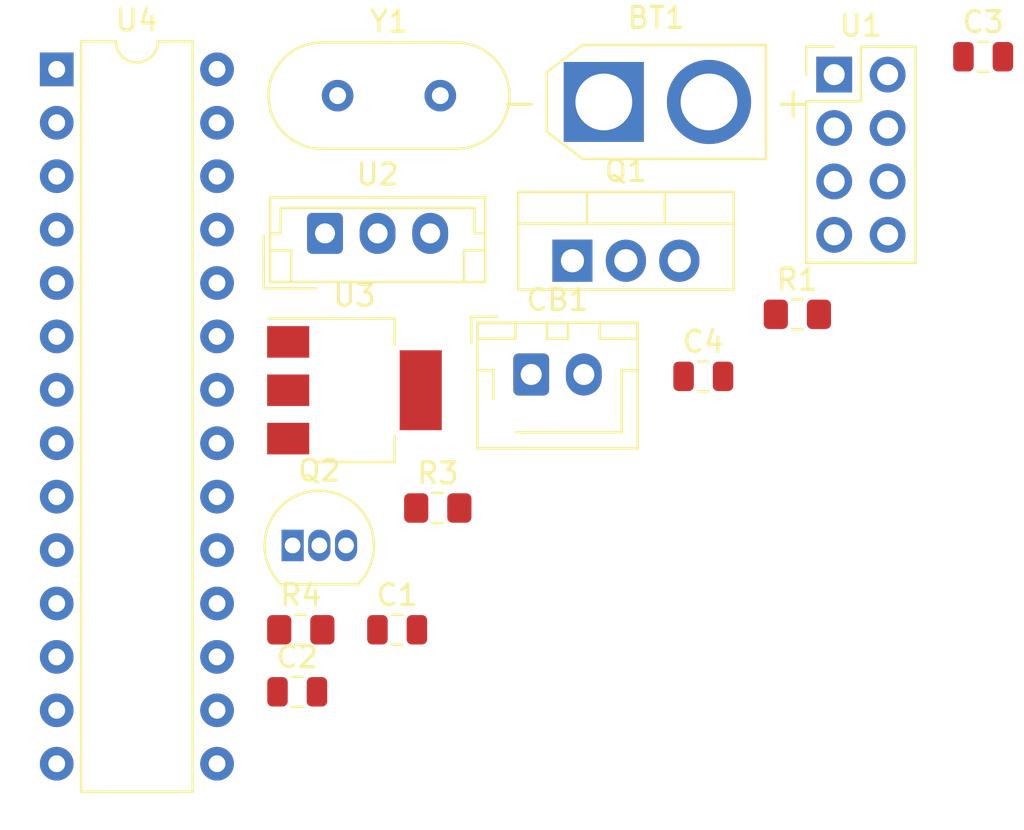
<source format=kicad_pcb>
(kicad_pcb (version 20171130) (host pcbnew 5.1.6-c6e7f7d~87~ubuntu20.04.1)

  (general
    (thickness 1.6)
    (drawings 0)
    (tracks 0)
    (zones 0)
    (modules 16)
    (nets 33)
  )

  (page A4)
  (layers
    (0 F.Cu signal)
    (31 B.Cu signal)
    (32 B.Adhes user)
    (33 F.Adhes user)
    (34 B.Paste user)
    (35 F.Paste user)
    (36 B.SilkS user)
    (37 F.SilkS user)
    (38 B.Mask user)
    (39 F.Mask user)
    (40 Dwgs.User user)
    (41 Cmts.User user)
    (42 Eco1.User user)
    (43 Eco2.User user)
    (44 Edge.Cuts user)
    (45 Margin user)
    (46 B.CrtYd user)
    (47 F.CrtYd user)
    (48 B.Fab user)
    (49 F.Fab user)
  )

  (setup
    (last_trace_width 0.25)
    (trace_clearance 0.2)
    (zone_clearance 0.508)
    (zone_45_only no)
    (trace_min 0.15)
    (via_size 0.8)
    (via_drill 0.4)
    (via_min_size 0.7)
    (via_min_drill 0.3)
    (uvia_size 0.3)
    (uvia_drill 0.1)
    (uvias_allowed no)
    (uvia_min_size 0.2)
    (uvia_min_drill 0.1)
    (edge_width 0.05)
    (segment_width 0.2)
    (pcb_text_width 0.3)
    (pcb_text_size 1.5 1.5)
    (mod_edge_width 0.12)
    (mod_text_size 1 1)
    (mod_text_width 0.15)
    (pad_size 1.7 1.7)
    (pad_drill 1)
    (pad_to_mask_clearance 0.05)
    (pad_to_paste_clearance 0.15)
    (aux_axis_origin 0 0)
    (visible_elements FFFFFF7F)
    (pcbplotparams
      (layerselection 0x010fc_ffffffff)
      (usegerberextensions false)
      (usegerberattributes true)
      (usegerberadvancedattributes true)
      (creategerberjobfile true)
      (excludeedgelayer true)
      (linewidth 0.100000)
      (plotframeref false)
      (viasonmask false)
      (mode 1)
      (useauxorigin false)
      (hpglpennumber 1)
      (hpglpenspeed 20)
      (hpglpendiameter 15.000000)
      (psnegative false)
      (psa4output false)
      (plotreference true)
      (plotvalue true)
      (plotinvisibletext false)
      (padsonsilk false)
      (subtractmaskfromsilk false)
      (outputformat 1)
      (mirror false)
      (drillshape 1)
      (scaleselection 1)
      (outputdirectory ""))
  )

  (net 0 "")
  (net 1 SEN_A0)
  (net 2 CE)
  (net 3 CSN)
  (net 4 MOSI)
  (net 5 MISO)
  (net 6 SCK)
  (net 7 "Net-(Q1-Pad2)")
  (net 8 "Net-(Q2-Pad1)")
  (net 9 "Net-(BT1-Pad1)")
  (net 10 "Net-(BT1-Pad2)")
  (net 11 Q1_D4)
  (net 12 "Net-(C1-Pad2)")
  (net 13 Q2_D5)
  (net 14 "Net-(C2-Pad1)")
  (net 15 DIV_A2)
  (net 16 "Net-(U4-Pad1)")
  (net 17 "Net-(U4-Pad2)")
  (net 18 "Net-(U4-Pad16)")
  (net 19 "Net-(U4-Pad3)")
  (net 20 "Net-(U4-Pad4)")
  (net 21 "Net-(U4-Pad5)")
  (net 22 "Net-(U4-Pad20)")
  (net 23 "Net-(U4-Pad21)")
  (net 24 "Net-(C4-Pad2)")
  (net 25 "Net-(C3-Pad2)")
  (net 26 "Net-(U4-Pad24)")
  (net 27 "Net-(U4-Pad12)")
  (net 28 "Net-(U4-Pad26)")
  (net 29 "Net-(U4-Pad13)")
  (net 30 "Net-(U4-Pad27)")
  (net 31 "Net-(U4-Pad28)")
  (net 32 "Net-(U1-Pad6)")

  (net_class Default "This is the default net class."
    (clearance 0.2)
    (trace_width 0.25)
    (via_dia 0.8)
    (via_drill 0.4)
    (uvia_dia 0.3)
    (uvia_drill 0.1)
    (add_net CE)
    (add_net CSN)
    (add_net DIV_A2)
    (add_net MISO)
    (add_net MOSI)
    (add_net "Net-(BT1-Pad1)")
    (add_net "Net-(BT1-Pad2)")
    (add_net "Net-(C1-Pad2)")
    (add_net "Net-(C2-Pad1)")
    (add_net "Net-(C3-Pad2)")
    (add_net "Net-(C4-Pad2)")
    (add_net "Net-(Q1-Pad2)")
    (add_net "Net-(Q2-Pad1)")
    (add_net "Net-(U1-Pad6)")
    (add_net "Net-(U4-Pad1)")
    (add_net "Net-(U4-Pad12)")
    (add_net "Net-(U4-Pad13)")
    (add_net "Net-(U4-Pad16)")
    (add_net "Net-(U4-Pad2)")
    (add_net "Net-(U4-Pad20)")
    (add_net "Net-(U4-Pad21)")
    (add_net "Net-(U4-Pad24)")
    (add_net "Net-(U4-Pad26)")
    (add_net "Net-(U4-Pad27)")
    (add_net "Net-(U4-Pad28)")
    (add_net "Net-(U4-Pad3)")
    (add_net "Net-(U4-Pad4)")
    (add_net "Net-(U4-Pad5)")
    (add_net Q1_D4)
    (add_net Q2_D5)
    (add_net SCK)
    (add_net SEN_A0)
  )

  (module Connector_AMASS:AMASS_XT30U-F_1x02_P5.0mm_Vertical (layer F.Cu) (tedit 5C8E9CDA) (tstamp 5F6247A7)
    (at 145.235001 39.955001)
    (descr "Connector XT30 Vertical Cable Female, https://www.tme.eu/en/Document/3cbfa5cfa544d79584972dd5234a409e/XT30U%20SPEC.pdf")
    (tags "RC Connector XT30")
    (path /5F267CFE)
    (fp_text reference BT1 (at 2.5 -4) (layer F.SilkS)
      (effects (font (size 1 1) (thickness 0.15)))
    )
    (fp_text value 3.3-4.2V (at 2.5 4) (layer F.Fab)
      (effects (font (size 1 1) (thickness 0.15)))
    )
    (fp_line (start -3.1 1.8) (end -1.4 3.1) (layer F.CrtYd) (width 0.05))
    (fp_line (start -3.1 -1.8) (end -1.4 -3.1) (layer F.CrtYd) (width 0.05))
    (fp_line (start -1.4 3.1) (end 8.1 3.1) (layer F.CrtYd) (width 0.05))
    (fp_line (start -3.1 -1.8) (end -3.1 1.8) (layer F.CrtYd) (width 0.05))
    (fp_line (start 8.1 -3.1) (end 8.1 3.1) (layer F.CrtYd) (width 0.05))
    (fp_line (start -1.4 -3.1) (end 8.1 -3.1) (layer F.CrtYd) (width 0.05))
    (fp_line (start -2.71 -1.41) (end -2.71 1.41) (layer F.SilkS) (width 0.12))
    (fp_line (start -2.71 1.41) (end -1.01 2.71) (layer F.SilkS) (width 0.12))
    (fp_line (start -2.71 -1.41) (end -1.01 -2.71) (layer F.SilkS) (width 0.12))
    (fp_line (start -1.01 2.71) (end 7.71 2.71) (layer F.SilkS) (width 0.12))
    (fp_line (start 7.71 -2.71) (end 7.71 2.71) (layer F.SilkS) (width 0.12))
    (fp_line (start -1.01 -2.71) (end 7.71 -2.71) (layer F.SilkS) (width 0.12))
    (fp_line (start -2.6 1.3) (end -0.9 2.6) (layer F.Fab) (width 0.1))
    (fp_line (start -2.6 -1.3) (end -0.9 -2.6) (layer F.Fab) (width 0.1))
    (fp_line (start -0.9 2.6) (end 7.6 2.6) (layer F.Fab) (width 0.1))
    (fp_line (start -0.9 -2.6) (end 7.6 -2.6) (layer F.Fab) (width 0.1))
    (fp_line (start 7.6 -2.6) (end 7.6 2.6) (layer F.Fab) (width 0.1))
    (fp_line (start -2.6 -1.3) (end -2.6 1.3) (layer F.Fab) (width 0.1))
    (fp_text user %R (at 2.5 0) (layer F.Fab)
      (effects (font (size 1 1) (thickness 0.15)))
    )
    (fp_text user + (at 9 0) (layer F.SilkS)
      (effects (font (size 1.5 1.5) (thickness 0.15)))
    )
    (fp_text user - (at -4 0) (layer F.SilkS)
      (effects (font (size 1.5 1.5) (thickness 0.15)))
    )
    (pad 1 thru_hole rect (at 0 0) (size 3.8 3.8) (drill 2.7) (layers *.Cu *.Mask)
      (net 9 "Net-(BT1-Pad1)"))
    (pad 2 thru_hole circle (at 5 0) (size 4 4) (drill 2.7) (layers *.Cu *.Mask)
      (net 10 "Net-(BT1-Pad2)"))
    (model ${KISYS3DMOD}/Connector_AMASS.3dshapes/AMASS_XT30U-F_1x02_P5.0mm_Vertical.wrl
      (at (xyz 0 0 0))
      (scale (xyz 1 1 1))
      (rotate (xyz 0 0 0))
    )
  )

  (module Capacitor_SMD:C_0805_2012Metric (layer F.Cu) (tedit 5B36C52B) (tstamp 5F6247B8)
    (at 135.415001 65.055001)
    (descr "Capacitor SMD 0805 (2012 Metric), square (rectangular) end terminal, IPC_7351 nominal, (Body size source: https://docs.google.com/spreadsheets/d/1BsfQQcO9C6DZCsRaXUlFlo91Tg2WpOkGARC1WS5S8t0/edit?usp=sharing), generated with kicad-footprint-generator")
    (tags capacitor)
    (path /5F63B2EF)
    (attr smd)
    (fp_text reference C1 (at 0 -1.65) (layer F.SilkS)
      (effects (font (size 1 1) (thickness 0.15)))
    )
    (fp_text value 100nF (at 0 1.65) (layer F.Fab)
      (effects (font (size 1 1) (thickness 0.15)))
    )
    (fp_line (start 1.68 0.95) (end -1.68 0.95) (layer F.CrtYd) (width 0.05))
    (fp_line (start 1.68 -0.95) (end 1.68 0.95) (layer F.CrtYd) (width 0.05))
    (fp_line (start -1.68 -0.95) (end 1.68 -0.95) (layer F.CrtYd) (width 0.05))
    (fp_line (start -1.68 0.95) (end -1.68 -0.95) (layer F.CrtYd) (width 0.05))
    (fp_line (start -0.258578 0.71) (end 0.258578 0.71) (layer F.SilkS) (width 0.12))
    (fp_line (start -0.258578 -0.71) (end 0.258578 -0.71) (layer F.SilkS) (width 0.12))
    (fp_line (start 1 0.6) (end -1 0.6) (layer F.Fab) (width 0.1))
    (fp_line (start 1 -0.6) (end 1 0.6) (layer F.Fab) (width 0.1))
    (fp_line (start -1 -0.6) (end 1 -0.6) (layer F.Fab) (width 0.1))
    (fp_line (start -1 0.6) (end -1 -0.6) (layer F.Fab) (width 0.1))
    (fp_text user %R (at 0 0) (layer F.Fab)
      (effects (font (size 0.5 0.5) (thickness 0.08)))
    )
    (pad 1 smd roundrect (at -0.9375 0) (size 0.975 1.4) (layers F.Cu F.Paste F.Mask) (roundrect_rratio 0.25)
      (net 9 "Net-(BT1-Pad1)"))
    (pad 2 smd roundrect (at 0.9375 0) (size 0.975 1.4) (layers F.Cu F.Paste F.Mask) (roundrect_rratio 0.25)
      (net 12 "Net-(C1-Pad2)"))
    (model ${KISYS3DMOD}/Capacitor_SMD.3dshapes/C_0805_2012Metric.wrl
      (at (xyz 0 0 0))
      (scale (xyz 1 1 1))
      (rotate (xyz 0 0 0))
    )
  )

  (module Capacitor_SMD:C_0805_2012Metric (layer F.Cu) (tedit 5B36C52B) (tstamp 5F6247C9)
    (at 130.665001 68.005001)
    (descr "Capacitor SMD 0805 (2012 Metric), square (rectangular) end terminal, IPC_7351 nominal, (Body size source: https://docs.google.com/spreadsheets/d/1BsfQQcO9C6DZCsRaXUlFlo91Tg2WpOkGARC1WS5S8t0/edit?usp=sharing), generated with kicad-footprint-generator")
    (tags capacitor)
    (path /5F63D266)
    (attr smd)
    (fp_text reference C2 (at 0 -1.65) (layer F.SilkS)
      (effects (font (size 1 1) (thickness 0.15)))
    )
    (fp_text value 10uF (at 0 1.65) (layer F.Fab)
      (effects (font (size 1 1) (thickness 0.15)))
    )
    (fp_text user %R (at 0 0) (layer F.Fab)
      (effects (font (size 0.5 0.5) (thickness 0.08)))
    )
    (fp_line (start -1 0.6) (end -1 -0.6) (layer F.Fab) (width 0.1))
    (fp_line (start -1 -0.6) (end 1 -0.6) (layer F.Fab) (width 0.1))
    (fp_line (start 1 -0.6) (end 1 0.6) (layer F.Fab) (width 0.1))
    (fp_line (start 1 0.6) (end -1 0.6) (layer F.Fab) (width 0.1))
    (fp_line (start -0.258578 -0.71) (end 0.258578 -0.71) (layer F.SilkS) (width 0.12))
    (fp_line (start -0.258578 0.71) (end 0.258578 0.71) (layer F.SilkS) (width 0.12))
    (fp_line (start -1.68 0.95) (end -1.68 -0.95) (layer F.CrtYd) (width 0.05))
    (fp_line (start -1.68 -0.95) (end 1.68 -0.95) (layer F.CrtYd) (width 0.05))
    (fp_line (start 1.68 -0.95) (end 1.68 0.95) (layer F.CrtYd) (width 0.05))
    (fp_line (start 1.68 0.95) (end -1.68 0.95) (layer F.CrtYd) (width 0.05))
    (pad 2 smd roundrect (at 0.9375 0) (size 0.975 1.4) (layers F.Cu F.Paste F.Mask) (roundrect_rratio 0.25)
      (net 12 "Net-(C1-Pad2)"))
    (pad 1 smd roundrect (at -0.9375 0) (size 0.975 1.4) (layers F.Cu F.Paste F.Mask) (roundrect_rratio 0.25)
      (net 14 "Net-(C2-Pad1)"))
    (model ${KISYS3DMOD}/Capacitor_SMD.3dshapes/C_0805_2012Metric.wrl
      (at (xyz 0 0 0))
      (scale (xyz 1 1 1))
      (rotate (xyz 0 0 0))
    )
  )

  (module Capacitor_SMD:C_0805_2012Metric (layer F.Cu) (tedit 5B36C52B) (tstamp 5F6247DA)
    (at 163.265001 37.805001)
    (descr "Capacitor SMD 0805 (2012 Metric), square (rectangular) end terminal, IPC_7351 nominal, (Body size source: https://docs.google.com/spreadsheets/d/1BsfQQcO9C6DZCsRaXUlFlo91Tg2WpOkGARC1WS5S8t0/edit?usp=sharing), generated with kicad-footprint-generator")
    (tags capacitor)
    (path /5F6DEF30)
    (attr smd)
    (fp_text reference C3 (at 0 -1.65) (layer F.SilkS)
      (effects (font (size 1 1) (thickness 0.15)))
    )
    (fp_text value 22pF (at 0 1.65) (layer F.Fab)
      (effects (font (size 1 1) (thickness 0.15)))
    )
    (fp_text user %R (at 0 0) (layer F.Fab)
      (effects (font (size 0.5 0.5) (thickness 0.08)))
    )
    (fp_line (start -1 0.6) (end -1 -0.6) (layer F.Fab) (width 0.1))
    (fp_line (start -1 -0.6) (end 1 -0.6) (layer F.Fab) (width 0.1))
    (fp_line (start 1 -0.6) (end 1 0.6) (layer F.Fab) (width 0.1))
    (fp_line (start 1 0.6) (end -1 0.6) (layer F.Fab) (width 0.1))
    (fp_line (start -0.258578 -0.71) (end 0.258578 -0.71) (layer F.SilkS) (width 0.12))
    (fp_line (start -0.258578 0.71) (end 0.258578 0.71) (layer F.SilkS) (width 0.12))
    (fp_line (start -1.68 0.95) (end -1.68 -0.95) (layer F.CrtYd) (width 0.05))
    (fp_line (start -1.68 -0.95) (end 1.68 -0.95) (layer F.CrtYd) (width 0.05))
    (fp_line (start 1.68 -0.95) (end 1.68 0.95) (layer F.CrtYd) (width 0.05))
    (fp_line (start 1.68 0.95) (end -1.68 0.95) (layer F.CrtYd) (width 0.05))
    (pad 2 smd roundrect (at 0.9375 0) (size 0.975 1.4) (layers F.Cu F.Paste F.Mask) (roundrect_rratio 0.25)
      (net 25 "Net-(C3-Pad2)"))
    (pad 1 smd roundrect (at -0.9375 0) (size 0.975 1.4) (layers F.Cu F.Paste F.Mask) (roundrect_rratio 0.25)
      (net 12 "Net-(C1-Pad2)"))
    (model ${KISYS3DMOD}/Capacitor_SMD.3dshapes/C_0805_2012Metric.wrl
      (at (xyz 0 0 0))
      (scale (xyz 1 1 1))
      (rotate (xyz 0 0 0))
    )
  )

  (module Capacitor_SMD:C_0805_2012Metric (layer F.Cu) (tedit 5B36C52B) (tstamp 5F6247EB)
    (at 149.965001 53.005001)
    (descr "Capacitor SMD 0805 (2012 Metric), square (rectangular) end terminal, IPC_7351 nominal, (Body size source: https://docs.google.com/spreadsheets/d/1BsfQQcO9C6DZCsRaXUlFlo91Tg2WpOkGARC1WS5S8t0/edit?usp=sharing), generated with kicad-footprint-generator")
    (tags capacitor)
    (path /5F6D6BAE)
    (attr smd)
    (fp_text reference C4 (at 0 -1.65) (layer F.SilkS)
      (effects (font (size 1 1) (thickness 0.15)))
    )
    (fp_text value 22pF (at 0 1.65) (layer F.Fab)
      (effects (font (size 1 1) (thickness 0.15)))
    )
    (fp_line (start 1.68 0.95) (end -1.68 0.95) (layer F.CrtYd) (width 0.05))
    (fp_line (start 1.68 -0.95) (end 1.68 0.95) (layer F.CrtYd) (width 0.05))
    (fp_line (start -1.68 -0.95) (end 1.68 -0.95) (layer F.CrtYd) (width 0.05))
    (fp_line (start -1.68 0.95) (end -1.68 -0.95) (layer F.CrtYd) (width 0.05))
    (fp_line (start -0.258578 0.71) (end 0.258578 0.71) (layer F.SilkS) (width 0.12))
    (fp_line (start -0.258578 -0.71) (end 0.258578 -0.71) (layer F.SilkS) (width 0.12))
    (fp_line (start 1 0.6) (end -1 0.6) (layer F.Fab) (width 0.1))
    (fp_line (start 1 -0.6) (end 1 0.6) (layer F.Fab) (width 0.1))
    (fp_line (start -1 -0.6) (end 1 -0.6) (layer F.Fab) (width 0.1))
    (fp_line (start -1 0.6) (end -1 -0.6) (layer F.Fab) (width 0.1))
    (fp_text user %R (at 0 0) (layer F.Fab)
      (effects (font (size 0.5 0.5) (thickness 0.08)))
    )
    (pad 1 smd roundrect (at -0.9375 0) (size 0.975 1.4) (layers F.Cu F.Paste F.Mask) (roundrect_rratio 0.25)
      (net 12 "Net-(C1-Pad2)"))
    (pad 2 smd roundrect (at 0.9375 0) (size 0.975 1.4) (layers F.Cu F.Paste F.Mask) (roundrect_rratio 0.25)
      (net 24 "Net-(C4-Pad2)"))
    (model ${KISYS3DMOD}/Capacitor_SMD.3dshapes/C_0805_2012Metric.wrl
      (at (xyz 0 0 0))
      (scale (xyz 1 1 1))
      (rotate (xyz 0 0 0))
    )
  )

  (module Connector_JST:JST_XH_B2B-XH-AM_1x02_P2.50mm_Vertical (layer F.Cu) (tedit 5C28146E) (tstamp 5F624815)
    (at 141.785001 52.915001)
    (descr "JST XH series connector, B2B-XH-AM, with boss (http://www.jst-mfg.com/product/pdf/eng/eXH.pdf), generated with kicad-footprint-generator")
    (tags "connector JST XH vertical boss")
    (path /5F830F0C)
    (fp_text reference CB1 (at 1.25 -3.55) (layer F.SilkS)
      (effects (font (size 1 1) (thickness 0.15)))
    )
    (fp_text value Power_Switch (at 1.25 4.6) (layer F.Fab)
      (effects (font (size 1 1) (thickness 0.15)))
    )
    (fp_line (start -2.85 -2.75) (end -2.85 -1.5) (layer F.SilkS) (width 0.12))
    (fp_line (start -1.6 -2.75) (end -2.85 -2.75) (layer F.SilkS) (width 0.12))
    (fp_line (start 4.3 2.75) (end 1.25 2.75) (layer F.SilkS) (width 0.12))
    (fp_line (start 4.3 -0.2) (end 4.3 2.75) (layer F.SilkS) (width 0.12))
    (fp_line (start 5.05 -0.2) (end 4.3 -0.2) (layer F.SilkS) (width 0.12))
    (fp_line (start 1.25 2.75) (end -0.74 2.75) (layer F.SilkS) (width 0.12))
    (fp_line (start -1.8 -0.2) (end -1.8 1.14) (layer F.SilkS) (width 0.12))
    (fp_line (start -2.55 -0.2) (end -1.8 -0.2) (layer F.SilkS) (width 0.12))
    (fp_line (start 5.05 -2.45) (end 3.25 -2.45) (layer F.SilkS) (width 0.12))
    (fp_line (start 5.05 -1.7) (end 5.05 -2.45) (layer F.SilkS) (width 0.12))
    (fp_line (start 3.25 -1.7) (end 5.05 -1.7) (layer F.SilkS) (width 0.12))
    (fp_line (start 3.25 -2.45) (end 3.25 -1.7) (layer F.SilkS) (width 0.12))
    (fp_line (start -0.75 -2.45) (end -2.55 -2.45) (layer F.SilkS) (width 0.12))
    (fp_line (start -0.75 -1.7) (end -0.75 -2.45) (layer F.SilkS) (width 0.12))
    (fp_line (start -2.55 -1.7) (end -0.75 -1.7) (layer F.SilkS) (width 0.12))
    (fp_line (start -2.55 -2.45) (end -2.55 -1.7) (layer F.SilkS) (width 0.12))
    (fp_line (start 1.75 -2.45) (end 0.75 -2.45) (layer F.SilkS) (width 0.12))
    (fp_line (start 1.75 -1.7) (end 1.75 -2.45) (layer F.SilkS) (width 0.12))
    (fp_line (start 0.75 -1.7) (end 1.75 -1.7) (layer F.SilkS) (width 0.12))
    (fp_line (start 0.75 -2.45) (end 0.75 -1.7) (layer F.SilkS) (width 0.12))
    (fp_line (start 0 -1.35) (end 0.625 -2.35) (layer F.Fab) (width 0.1))
    (fp_line (start -0.625 -2.35) (end 0 -1.35) (layer F.Fab) (width 0.1))
    (fp_line (start 5.45 -2.85) (end -2.95 -2.85) (layer F.CrtYd) (width 0.05))
    (fp_line (start 5.45 3.9) (end 5.45 -2.85) (layer F.CrtYd) (width 0.05))
    (fp_line (start -2.95 3.9) (end 5.45 3.9) (layer F.CrtYd) (width 0.05))
    (fp_line (start -2.95 -2.85) (end -2.95 3.9) (layer F.CrtYd) (width 0.05))
    (fp_line (start 5.06 -2.46) (end -2.56 -2.46) (layer F.SilkS) (width 0.12))
    (fp_line (start 5.06 3.51) (end 5.06 -2.46) (layer F.SilkS) (width 0.12))
    (fp_line (start -2.56 3.51) (end 5.06 3.51) (layer F.SilkS) (width 0.12))
    (fp_line (start -2.56 -2.46) (end -2.56 3.51) (layer F.SilkS) (width 0.12))
    (fp_line (start 4.95 -2.35) (end -2.45 -2.35) (layer F.Fab) (width 0.1))
    (fp_line (start 4.95 3.4) (end 4.95 -2.35) (layer F.Fab) (width 0.1))
    (fp_line (start -2.45 3.4) (end 4.95 3.4) (layer F.Fab) (width 0.1))
    (fp_line (start -2.45 -2.35) (end -2.45 3.4) (layer F.Fab) (width 0.1))
    (fp_text user %R (at 1.25 2.7) (layer F.Fab)
      (effects (font (size 1 1) (thickness 0.15)))
    )
    (pad 1 thru_hole roundrect (at 0 0) (size 1.7 2) (drill 1) (layers *.Cu *.Mask) (roundrect_rratio 0.147059)
      (net 10 "Net-(BT1-Pad2)"))
    (pad 2 thru_hole oval (at 2.5 0) (size 1.7 2) (drill 1) (layers *.Cu *.Mask)
      (net 12 "Net-(C1-Pad2)"))
    (pad "" np_thru_hole circle (at -1.6 2) (size 1.2 1.2) (drill 1.2) (layers *.Cu *.Mask))
    (model ${KISYS3DMOD}/Connector_JST.3dshapes/JST_XH_B2B-XH-AM_1x02_P2.50mm_Vertical.wrl
      (at (xyz 0 0 0))
      (scale (xyz 1 1 1))
      (rotate (xyz 0 0 0))
    )
  )

  (module Package_TO_SOT_THT:TO-220-3_Vertical (layer F.Cu) (tedit 5AC8BA0D) (tstamp 5F62482F)
    (at 143.745001 47.505001)
    (descr "TO-220-3, Vertical, RM 2.54mm, see https://www.vishay.com/docs/66542/to-220-1.pdf")
    (tags "TO-220-3 Vertical RM 2.54mm")
    (path /5F3D6F3F)
    (fp_text reference Q1 (at 2.54 -4.27) (layer F.SilkS)
      (effects (font (size 1 1) (thickness 0.15)))
    )
    (fp_text value IRL540N (at 2.54 2.5) (layer F.Fab)
      (effects (font (size 1 1) (thickness 0.15)))
    )
    (fp_line (start 7.79 -3.4) (end -2.71 -3.4) (layer F.CrtYd) (width 0.05))
    (fp_line (start 7.79 1.51) (end 7.79 -3.4) (layer F.CrtYd) (width 0.05))
    (fp_line (start -2.71 1.51) (end 7.79 1.51) (layer F.CrtYd) (width 0.05))
    (fp_line (start -2.71 -3.4) (end -2.71 1.51) (layer F.CrtYd) (width 0.05))
    (fp_line (start 4.391 -3.27) (end 4.391 -1.76) (layer F.SilkS) (width 0.12))
    (fp_line (start 0.69 -3.27) (end 0.69 -1.76) (layer F.SilkS) (width 0.12))
    (fp_line (start -2.58 -1.76) (end 7.66 -1.76) (layer F.SilkS) (width 0.12))
    (fp_line (start 7.66 -3.27) (end 7.66 1.371) (layer F.SilkS) (width 0.12))
    (fp_line (start -2.58 -3.27) (end -2.58 1.371) (layer F.SilkS) (width 0.12))
    (fp_line (start -2.58 1.371) (end 7.66 1.371) (layer F.SilkS) (width 0.12))
    (fp_line (start -2.58 -3.27) (end 7.66 -3.27) (layer F.SilkS) (width 0.12))
    (fp_line (start 4.39 -3.15) (end 4.39 -1.88) (layer F.Fab) (width 0.1))
    (fp_line (start 0.69 -3.15) (end 0.69 -1.88) (layer F.Fab) (width 0.1))
    (fp_line (start -2.46 -1.88) (end 7.54 -1.88) (layer F.Fab) (width 0.1))
    (fp_line (start 7.54 -3.15) (end -2.46 -3.15) (layer F.Fab) (width 0.1))
    (fp_line (start 7.54 1.25) (end 7.54 -3.15) (layer F.Fab) (width 0.1))
    (fp_line (start -2.46 1.25) (end 7.54 1.25) (layer F.Fab) (width 0.1))
    (fp_line (start -2.46 -3.15) (end -2.46 1.25) (layer F.Fab) (width 0.1))
    (fp_text user %R (at 2.54 -4.27) (layer F.Fab)
      (effects (font (size 1 1) (thickness 0.15)))
    )
    (pad 1 thru_hole rect (at 0 0) (size 1.905 2) (drill 1.1) (layers *.Cu *.Mask)
      (net 11 Q1_D4))
    (pad 2 thru_hole oval (at 2.54 0) (size 1.905 2) (drill 1.1) (layers *.Cu *.Mask)
      (net 7 "Net-(Q1-Pad2)"))
    (pad 3 thru_hole oval (at 5.08 0) (size 1.905 2) (drill 1.1) (layers *.Cu *.Mask)
      (net 12 "Net-(C1-Pad2)"))
    (model ${KISYS3DMOD}/Package_TO_SOT_THT.3dshapes/TO-220-3_Vertical.wrl
      (at (xyz 0 0 0))
      (scale (xyz 1 1 1))
      (rotate (xyz 0 0 0))
    )
  )

  (module Package_TO_SOT_THT:TO-92_Inline (layer F.Cu) (tedit 5A1DD157) (tstamp 5F624841)
    (at 130.445001 61.045001)
    (descr "TO-92 leads in-line, narrow, oval pads, drill 0.75mm (see NXP sot054_po.pdf)")
    (tags "to-92 sc-43 sc-43a sot54 PA33 transistor")
    (path /5F3574C8)
    (fp_text reference Q2 (at 1.27 -3.56) (layer F.SilkS)
      (effects (font (size 1 1) (thickness 0.15)))
    )
    (fp_text value BC547 (at 1.27 2.79) (layer F.Fab)
      (effects (font (size 1 1) (thickness 0.15)))
    )
    (fp_line (start 4 2.01) (end -1.46 2.01) (layer F.CrtYd) (width 0.05))
    (fp_line (start 4 2.01) (end 4 -2.73) (layer F.CrtYd) (width 0.05))
    (fp_line (start -1.46 -2.73) (end -1.46 2.01) (layer F.CrtYd) (width 0.05))
    (fp_line (start -1.46 -2.73) (end 4 -2.73) (layer F.CrtYd) (width 0.05))
    (fp_line (start -0.5 1.75) (end 3 1.75) (layer F.Fab) (width 0.1))
    (fp_line (start -0.53 1.85) (end 3.07 1.85) (layer F.SilkS) (width 0.12))
    (fp_text user %R (at 1.27 -3.56) (layer F.Fab)
      (effects (font (size 1 1) (thickness 0.15)))
    )
    (fp_arc (start 1.27 0) (end 1.27 -2.48) (angle 135) (layer F.Fab) (width 0.1))
    (fp_arc (start 1.27 0) (end 1.27 -2.6) (angle -135) (layer F.SilkS) (width 0.12))
    (fp_arc (start 1.27 0) (end 1.27 -2.48) (angle -135) (layer F.Fab) (width 0.1))
    (fp_arc (start 1.27 0) (end 1.27 -2.6) (angle 135) (layer F.SilkS) (width 0.12))
    (pad 2 thru_hole oval (at 1.27 0) (size 1.05 1.5) (drill 0.75) (layers *.Cu *.Mask)
      (net 13 Q2_D5))
    (pad 3 thru_hole oval (at 2.54 0) (size 1.05 1.5) (drill 0.75) (layers *.Cu *.Mask)
      (net 12 "Net-(C1-Pad2)"))
    (pad 1 thru_hole rect (at 0 0) (size 1.05 1.5) (drill 0.75) (layers *.Cu *.Mask)
      (net 8 "Net-(Q2-Pad1)"))
    (model ${KISYS3DMOD}/Package_TO_SOT_THT.3dshapes/TO-92_Inline.wrl
      (at (xyz 0 0 0))
      (scale (xyz 1 1 1))
      (rotate (xyz 0 0 0))
    )
  )

  (module Resistor_SMD:R_0805_2012Metric_Pad1.15x1.40mm_HandSolder (layer F.Cu) (tedit 5B36C52B) (tstamp 5F624852)
    (at 154.435001 50.055001)
    (descr "Resistor SMD 0805 (2012 Metric), square (rectangular) end terminal, IPC_7351 nominal with elongated pad for handsoldering. (Body size source: https://docs.google.com/spreadsheets/d/1BsfQQcO9C6DZCsRaXUlFlo91Tg2WpOkGARC1WS5S8t0/edit?usp=sharing), generated with kicad-footprint-generator")
    (tags "resistor handsolder")
    (path /5F31B617)
    (attr smd)
    (fp_text reference R1 (at 0 -1.65) (layer F.SilkS)
      (effects (font (size 1 1) (thickness 0.15)))
    )
    (fp_text value 1M (at 0 1.65) (layer F.Fab)
      (effects (font (size 1 1) (thickness 0.15)))
    )
    (fp_line (start 1.85 0.95) (end -1.85 0.95) (layer F.CrtYd) (width 0.05))
    (fp_line (start 1.85 -0.95) (end 1.85 0.95) (layer F.CrtYd) (width 0.05))
    (fp_line (start -1.85 -0.95) (end 1.85 -0.95) (layer F.CrtYd) (width 0.05))
    (fp_line (start -1.85 0.95) (end -1.85 -0.95) (layer F.CrtYd) (width 0.05))
    (fp_line (start -0.261252 0.71) (end 0.261252 0.71) (layer F.SilkS) (width 0.12))
    (fp_line (start -0.261252 -0.71) (end 0.261252 -0.71) (layer F.SilkS) (width 0.12))
    (fp_line (start 1 0.6) (end -1 0.6) (layer F.Fab) (width 0.1))
    (fp_line (start 1 -0.6) (end 1 0.6) (layer F.Fab) (width 0.1))
    (fp_line (start -1 -0.6) (end 1 -0.6) (layer F.Fab) (width 0.1))
    (fp_line (start -1 0.6) (end -1 -0.6) (layer F.Fab) (width 0.1))
    (fp_text user %R (at 0 0) (layer F.Fab)
      (effects (font (size 0.5 0.5) (thickness 0.08)))
    )
    (pad 1 smd roundrect (at -1.025 0) (size 1.15 1.4) (layers F.Cu F.Paste F.Mask) (roundrect_rratio 0.217391)
      (net 11 Q1_D4))
    (pad 2 smd roundrect (at 1.025 0) (size 1.15 1.4) (layers F.Cu F.Paste F.Mask) (roundrect_rratio 0.217391)
      (net 12 "Net-(C1-Pad2)"))
    (model ${KISYS3DMOD}/Resistor_SMD.3dshapes/R_0805_2012Metric.wrl
      (at (xyz 0 0 0))
      (scale (xyz 1 1 1))
      (rotate (xyz 0 0 0))
    )
  )

  (module Resistor_SMD:R_0805_2012Metric_Pad1.15x1.40mm_HandSolder (layer F.Cu) (tedit 5B36C52B) (tstamp 5F624863)
    (at 137.345001 59.265001)
    (descr "Resistor SMD 0805 (2012 Metric), square (rectangular) end terminal, IPC_7351 nominal with elongated pad for handsoldering. (Body size source: https://docs.google.com/spreadsheets/d/1BsfQQcO9C6DZCsRaXUlFlo91Tg2WpOkGARC1WS5S8t0/edit?usp=sharing), generated with kicad-footprint-generator")
    (tags "resistor handsolder")
    (path /5F2DE1F5)
    (attr smd)
    (fp_text reference R3 (at 0 -1.65) (layer F.SilkS)
      (effects (font (size 1 1) (thickness 0.15)))
    )
    (fp_text value 100k (at 0 1.65) (layer F.Fab)
      (effects (font (size 1 1) (thickness 0.15)))
    )
    (fp_line (start 1.85 0.95) (end -1.85 0.95) (layer F.CrtYd) (width 0.05))
    (fp_line (start 1.85 -0.95) (end 1.85 0.95) (layer F.CrtYd) (width 0.05))
    (fp_line (start -1.85 -0.95) (end 1.85 -0.95) (layer F.CrtYd) (width 0.05))
    (fp_line (start -1.85 0.95) (end -1.85 -0.95) (layer F.CrtYd) (width 0.05))
    (fp_line (start -0.261252 0.71) (end 0.261252 0.71) (layer F.SilkS) (width 0.12))
    (fp_line (start -0.261252 -0.71) (end 0.261252 -0.71) (layer F.SilkS) (width 0.12))
    (fp_line (start 1 0.6) (end -1 0.6) (layer F.Fab) (width 0.1))
    (fp_line (start 1 -0.6) (end 1 0.6) (layer F.Fab) (width 0.1))
    (fp_line (start -1 -0.6) (end 1 -0.6) (layer F.Fab) (width 0.1))
    (fp_line (start -1 0.6) (end -1 -0.6) (layer F.Fab) (width 0.1))
    (fp_text user %R (at 0 0) (layer F.Fab)
      (effects (font (size 0.5 0.5) (thickness 0.08)))
    )
    (pad 1 smd roundrect (at -1.025 0) (size 1.15 1.4) (layers F.Cu F.Paste F.Mask) (roundrect_rratio 0.217391)
      (net 9 "Net-(BT1-Pad1)"))
    (pad 2 smd roundrect (at 1.025 0) (size 1.15 1.4) (layers F.Cu F.Paste F.Mask) (roundrect_rratio 0.217391)
      (net 15 DIV_A2))
    (model ${KISYS3DMOD}/Resistor_SMD.3dshapes/R_0805_2012Metric.wrl
      (at (xyz 0 0 0))
      (scale (xyz 1 1 1))
      (rotate (xyz 0 0 0))
    )
  )

  (module Resistor_SMD:R_0805_2012Metric_Pad1.15x1.40mm_HandSolder (layer F.Cu) (tedit 5B36C52B) (tstamp 5F624874)
    (at 130.835001 65.055001)
    (descr "Resistor SMD 0805 (2012 Metric), square (rectangular) end terminal, IPC_7351 nominal with elongated pad for handsoldering. (Body size source: https://docs.google.com/spreadsheets/d/1BsfQQcO9C6DZCsRaXUlFlo91Tg2WpOkGARC1WS5S8t0/edit?usp=sharing), generated with kicad-footprint-generator")
    (tags "resistor handsolder")
    (path /5F2E0DD1)
    (attr smd)
    (fp_text reference R4 (at 0 -1.65) (layer F.SilkS)
      (effects (font (size 1 1) (thickness 0.15)))
    )
    (fp_text value 10k (at 0 1.65) (layer F.Fab)
      (effects (font (size 1 1) (thickness 0.15)))
    )
    (fp_text user %R (at 0 0) (layer F.Fab)
      (effects (font (size 0.5 0.5) (thickness 0.08)))
    )
    (fp_line (start -1 0.6) (end -1 -0.6) (layer F.Fab) (width 0.1))
    (fp_line (start -1 -0.6) (end 1 -0.6) (layer F.Fab) (width 0.1))
    (fp_line (start 1 -0.6) (end 1 0.6) (layer F.Fab) (width 0.1))
    (fp_line (start 1 0.6) (end -1 0.6) (layer F.Fab) (width 0.1))
    (fp_line (start -0.261252 -0.71) (end 0.261252 -0.71) (layer F.SilkS) (width 0.12))
    (fp_line (start -0.261252 0.71) (end 0.261252 0.71) (layer F.SilkS) (width 0.12))
    (fp_line (start -1.85 0.95) (end -1.85 -0.95) (layer F.CrtYd) (width 0.05))
    (fp_line (start -1.85 -0.95) (end 1.85 -0.95) (layer F.CrtYd) (width 0.05))
    (fp_line (start 1.85 -0.95) (end 1.85 0.95) (layer F.CrtYd) (width 0.05))
    (fp_line (start 1.85 0.95) (end -1.85 0.95) (layer F.CrtYd) (width 0.05))
    (pad 2 smd roundrect (at 1.025 0) (size 1.15 1.4) (layers F.Cu F.Paste F.Mask) (roundrect_rratio 0.217391)
      (net 12 "Net-(C1-Pad2)"))
    (pad 1 smd roundrect (at -1.025 0) (size 1.15 1.4) (layers F.Cu F.Paste F.Mask) (roundrect_rratio 0.217391)
      (net 15 DIV_A2))
    (model ${KISYS3DMOD}/Resistor_SMD.3dshapes/R_0805_2012Metric.wrl
      (at (xyz 0 0 0))
      (scale (xyz 1 1 1))
      (rotate (xyz 0 0 0))
    )
  )

  (module Connector_PinHeader_2.54mm:PinHeader_2x04_P2.54mm_Vertical (layer F.Cu) (tedit 59FED5CC) (tstamp 5F624892)
    (at 156.185001 38.655001)
    (descr "Through hole straight pin header, 2x04, 2.54mm pitch, double rows")
    (tags "Through hole pin header THT 2x04 2.54mm double row")
    (path /5F26A887)
    (fp_text reference U1 (at 1.27 -2.33) (layer F.SilkS)
      (effects (font (size 1 1) (thickness 0.15)))
    )
    (fp_text value nRF24L01P (at 1.27 9.95) (layer F.Fab)
      (effects (font (size 1 1) (thickness 0.15)))
    )
    (fp_line (start 4.35 -1.8) (end -1.8 -1.8) (layer F.CrtYd) (width 0.05))
    (fp_line (start 4.35 9.4) (end 4.35 -1.8) (layer F.CrtYd) (width 0.05))
    (fp_line (start -1.8 9.4) (end 4.35 9.4) (layer F.CrtYd) (width 0.05))
    (fp_line (start -1.8 -1.8) (end -1.8 9.4) (layer F.CrtYd) (width 0.05))
    (fp_line (start -1.33 -1.33) (end 0 -1.33) (layer F.SilkS) (width 0.12))
    (fp_line (start -1.33 0) (end -1.33 -1.33) (layer F.SilkS) (width 0.12))
    (fp_line (start 1.27 -1.33) (end 3.87 -1.33) (layer F.SilkS) (width 0.12))
    (fp_line (start 1.27 1.27) (end 1.27 -1.33) (layer F.SilkS) (width 0.12))
    (fp_line (start -1.33 1.27) (end 1.27 1.27) (layer F.SilkS) (width 0.12))
    (fp_line (start 3.87 -1.33) (end 3.87 8.95) (layer F.SilkS) (width 0.12))
    (fp_line (start -1.33 1.27) (end -1.33 8.95) (layer F.SilkS) (width 0.12))
    (fp_line (start -1.33 8.95) (end 3.87 8.95) (layer F.SilkS) (width 0.12))
    (fp_line (start -1.27 0) (end 0 -1.27) (layer F.Fab) (width 0.1))
    (fp_line (start -1.27 8.89) (end -1.27 0) (layer F.Fab) (width 0.1))
    (fp_line (start 3.81 8.89) (end -1.27 8.89) (layer F.Fab) (width 0.1))
    (fp_line (start 3.81 -1.27) (end 3.81 8.89) (layer F.Fab) (width 0.1))
    (fp_line (start 0 -1.27) (end 3.81 -1.27) (layer F.Fab) (width 0.1))
    (fp_text user %R (at 1.27 3.81 90) (layer F.Fab)
      (effects (font (size 1 1) (thickness 0.15)))
    )
    (pad 1 thru_hole rect (at 0 0) (size 1.7 1.7) (drill 1) (layers *.Cu *.Mask)
      (net 2 CE))
    (pad 2 thru_hole oval (at 2.54 0) (size 1.7 1.7) (drill 1) (layers *.Cu *.Mask)
      (net 3 CSN))
    (pad 3 thru_hole oval (at 0 2.54) (size 1.7 1.7) (drill 1) (layers *.Cu *.Mask)
      (net 6 SCK))
    (pad 4 thru_hole oval (at 2.54 2.54) (size 1.7 1.7) (drill 1) (layers *.Cu *.Mask)
      (net 4 MOSI))
    (pad 5 thru_hole oval (at 0 5.08) (size 1.7 1.7) (drill 1) (layers *.Cu *.Mask)
      (net 5 MISO))
    (pad 6 thru_hole oval (at 2.54 5.08) (size 1.7 1.7) (drill 1) (layers *.Cu *.Mask)
      (net 32 "Net-(U1-Pad6)"))
    (pad 7 thru_hole oval (at 0 7.62) (size 1.7 1.7) (drill 1) (layers *.Cu *.Mask)
      (net 14 "Net-(C2-Pad1)"))
    (pad 8 thru_hole oval (at 2.54 7.62) (size 1.7 1.7) (drill 1) (layers *.Cu *.Mask)
      (net 7 "Net-(Q1-Pad2)"))
    (model ${KISYS3DMOD}/Connector_PinHeader_2.54mm.3dshapes/PinHeader_2x04_P2.54mm_Vertical.wrl
      (at (xyz 0 0 0))
      (scale (xyz 1 1 1))
      (rotate (xyz 0 0 0))
    )
  )

  (module Connector_JST:JST_EH_B3B-EH-A_1x03_P2.50mm_Vertical (layer F.Cu) (tedit 5C28142C) (tstamp 5F6248B3)
    (at 131.985001 46.205001)
    (descr "JST EH series connector, B3B-EH-A (http://www.jst-mfg.com/product/pdf/eng/eEH.pdf), generated with kicad-footprint-generator")
    (tags "connector JST EH vertical")
    (path /5F33FAC0)
    (fp_text reference U2 (at 2.5 -2.8) (layer F.SilkS)
      (effects (font (size 1 1) (thickness 0.15)))
    )
    (fp_text value SEN0193 (at 2.5 3.4) (layer F.Fab)
      (effects (font (size 1 1) (thickness 0.15)))
    )
    (fp_line (start -2.91 2.61) (end -0.41 2.61) (layer F.Fab) (width 0.1))
    (fp_line (start -2.91 0.11) (end -2.91 2.61) (layer F.Fab) (width 0.1))
    (fp_line (start -2.91 2.61) (end -0.41 2.61) (layer F.SilkS) (width 0.12))
    (fp_line (start -2.91 0.11) (end -2.91 2.61) (layer F.SilkS) (width 0.12))
    (fp_line (start 6.61 0.81) (end 6.61 2.31) (layer F.SilkS) (width 0.12))
    (fp_line (start 7.61 0.81) (end 6.61 0.81) (layer F.SilkS) (width 0.12))
    (fp_line (start -1.61 0.81) (end -1.61 2.31) (layer F.SilkS) (width 0.12))
    (fp_line (start -2.61 0.81) (end -1.61 0.81) (layer F.SilkS) (width 0.12))
    (fp_line (start 7.11 0) (end 7.61 0) (layer F.SilkS) (width 0.12))
    (fp_line (start 7.11 -1.21) (end 7.11 0) (layer F.SilkS) (width 0.12))
    (fp_line (start -2.11 -1.21) (end 7.11 -1.21) (layer F.SilkS) (width 0.12))
    (fp_line (start -2.11 0) (end -2.11 -1.21) (layer F.SilkS) (width 0.12))
    (fp_line (start -2.61 0) (end -2.11 0) (layer F.SilkS) (width 0.12))
    (fp_line (start 7.61 -1.71) (end -2.61 -1.71) (layer F.SilkS) (width 0.12))
    (fp_line (start 7.61 2.31) (end 7.61 -1.71) (layer F.SilkS) (width 0.12))
    (fp_line (start -2.61 2.31) (end 7.61 2.31) (layer F.SilkS) (width 0.12))
    (fp_line (start -2.61 -1.71) (end -2.61 2.31) (layer F.SilkS) (width 0.12))
    (fp_line (start 8 -2.1) (end -3 -2.1) (layer F.CrtYd) (width 0.05))
    (fp_line (start 8 2.7) (end 8 -2.1) (layer F.CrtYd) (width 0.05))
    (fp_line (start -3 2.7) (end 8 2.7) (layer F.CrtYd) (width 0.05))
    (fp_line (start -3 -2.1) (end -3 2.7) (layer F.CrtYd) (width 0.05))
    (fp_line (start 7.5 -1.6) (end -2.5 -1.6) (layer F.Fab) (width 0.1))
    (fp_line (start 7.5 2.2) (end 7.5 -1.6) (layer F.Fab) (width 0.1))
    (fp_line (start -2.5 2.2) (end 7.5 2.2) (layer F.Fab) (width 0.1))
    (fp_line (start -2.5 -1.6) (end -2.5 2.2) (layer F.Fab) (width 0.1))
    (fp_text user %R (at 2.5 1.5) (layer F.Fab)
      (effects (font (size 1 1) (thickness 0.15)))
    )
    (pad 1 thru_hole roundrect (at 0 0) (size 1.7 1.95) (drill 0.95) (layers *.Cu *.Mask) (roundrect_rratio 0.147059)
      (net 8 "Net-(Q2-Pad1)"))
    (pad 2 thru_hole oval (at 2.5 0) (size 1.7 1.95) (drill 0.95) (layers *.Cu *.Mask)
      (net 14 "Net-(C2-Pad1)"))
    (pad 3 thru_hole oval (at 5 0) (size 1.7 1.95) (drill 0.95) (layers *.Cu *.Mask)
      (net 1 SEN_A0))
    (model ${KISYS3DMOD}/Connector_JST.3dshapes/JST_EH_B3B-EH-A_1x03_P2.50mm_Vertical.wrl
      (at (xyz 0 0 0))
      (scale (xyz 1 1 1))
      (rotate (xyz 0 0 0))
    )
  )

  (module Package_TO_SOT_SMD:SOT-223-3_TabPin2 (layer F.Cu) (tedit 5A02FF57) (tstamp 5F6248C9)
    (at 133.385001 53.665001)
    (descr "module CMS SOT223 4 pins")
    (tags "CMS SOT")
    (path /5F63098D)
    (attr smd)
    (fp_text reference U3 (at 0 -4.5) (layer F.SilkS)
      (effects (font (size 1 1) (thickness 0.15)))
    )
    (fp_text value LD1117S33TR_SOT223 (at 0 4.5) (layer F.Fab)
      (effects (font (size 1 1) (thickness 0.15)))
    )
    (fp_line (start 1.85 -3.35) (end 1.85 3.35) (layer F.Fab) (width 0.1))
    (fp_line (start -1.85 3.35) (end 1.85 3.35) (layer F.Fab) (width 0.1))
    (fp_line (start -4.1 -3.41) (end 1.91 -3.41) (layer F.SilkS) (width 0.12))
    (fp_line (start -0.85 -3.35) (end 1.85 -3.35) (layer F.Fab) (width 0.1))
    (fp_line (start -1.85 3.41) (end 1.91 3.41) (layer F.SilkS) (width 0.12))
    (fp_line (start -1.85 -2.35) (end -1.85 3.35) (layer F.Fab) (width 0.1))
    (fp_line (start -1.85 -2.35) (end -0.85 -3.35) (layer F.Fab) (width 0.1))
    (fp_line (start -4.4 -3.6) (end -4.4 3.6) (layer F.CrtYd) (width 0.05))
    (fp_line (start -4.4 3.6) (end 4.4 3.6) (layer F.CrtYd) (width 0.05))
    (fp_line (start 4.4 3.6) (end 4.4 -3.6) (layer F.CrtYd) (width 0.05))
    (fp_line (start 4.4 -3.6) (end -4.4 -3.6) (layer F.CrtYd) (width 0.05))
    (fp_line (start 1.91 -3.41) (end 1.91 -2.15) (layer F.SilkS) (width 0.12))
    (fp_line (start 1.91 3.41) (end 1.91 2.15) (layer F.SilkS) (width 0.12))
    (fp_text user %R (at 0 0 90) (layer F.Fab)
      (effects (font (size 0.8 0.8) (thickness 0.12)))
    )
    (pad 2 smd rect (at 3.15 0) (size 2 3.8) (layers F.Cu F.Paste F.Mask)
      (net 14 "Net-(C2-Pad1)"))
    (pad 2 smd rect (at -3.15 0) (size 2 1.5) (layers F.Cu F.Paste F.Mask)
      (net 14 "Net-(C2-Pad1)"))
    (pad 3 smd rect (at -3.15 2.3) (size 2 1.5) (layers F.Cu F.Paste F.Mask)
      (net 9 "Net-(BT1-Pad1)"))
    (pad 1 smd rect (at -3.15 -2.3) (size 2 1.5) (layers F.Cu F.Paste F.Mask)
      (net 12 "Net-(C1-Pad2)"))
    (model ${KISYS3DMOD}/Package_TO_SOT_SMD.3dshapes/SOT-223.wrl
      (at (xyz 0 0 0))
      (scale (xyz 1 1 1))
      (rotate (xyz 0 0 0))
    )
  )

  (module Package_DIP:DIP-28_W7.62mm (layer F.Cu) (tedit 5A02E8C5) (tstamp 5F6248F9)
    (at 119.235001 38.405001)
    (descr "28-lead though-hole mounted DIP package, row spacing 7.62 mm (300 mils)")
    (tags "THT DIP DIL PDIP 2.54mm 7.62mm 300mil")
    (path /5F62712C)
    (fp_text reference U4 (at 3.81 -2.33) (layer F.SilkS)
      (effects (font (size 1 1) (thickness 0.15)))
    )
    (fp_text value ATmega328P-PU (at 3.81 35.35) (layer F.Fab)
      (effects (font (size 1 1) (thickness 0.15)))
    )
    (fp_line (start 8.7 -1.55) (end -1.1 -1.55) (layer F.CrtYd) (width 0.05))
    (fp_line (start 8.7 34.55) (end 8.7 -1.55) (layer F.CrtYd) (width 0.05))
    (fp_line (start -1.1 34.55) (end 8.7 34.55) (layer F.CrtYd) (width 0.05))
    (fp_line (start -1.1 -1.55) (end -1.1 34.55) (layer F.CrtYd) (width 0.05))
    (fp_line (start 6.46 -1.33) (end 4.81 -1.33) (layer F.SilkS) (width 0.12))
    (fp_line (start 6.46 34.35) (end 6.46 -1.33) (layer F.SilkS) (width 0.12))
    (fp_line (start 1.16 34.35) (end 6.46 34.35) (layer F.SilkS) (width 0.12))
    (fp_line (start 1.16 -1.33) (end 1.16 34.35) (layer F.SilkS) (width 0.12))
    (fp_line (start 2.81 -1.33) (end 1.16 -1.33) (layer F.SilkS) (width 0.12))
    (fp_line (start 0.635 -0.27) (end 1.635 -1.27) (layer F.Fab) (width 0.1))
    (fp_line (start 0.635 34.29) (end 0.635 -0.27) (layer F.Fab) (width 0.1))
    (fp_line (start 6.985 34.29) (end 0.635 34.29) (layer F.Fab) (width 0.1))
    (fp_line (start 6.985 -1.27) (end 6.985 34.29) (layer F.Fab) (width 0.1))
    (fp_line (start 1.635 -1.27) (end 6.985 -1.27) (layer F.Fab) (width 0.1))
    (fp_arc (start 3.81 -1.33) (end 2.81 -1.33) (angle -180) (layer F.SilkS) (width 0.12))
    (fp_text user %R (at 3.81 16.51) (layer F.Fab)
      (effects (font (size 1 1) (thickness 0.15)))
    )
    (pad 1 thru_hole rect (at 0 0) (size 1.6 1.6) (drill 0.8) (layers *.Cu *.Mask)
      (net 16 "Net-(U4-Pad1)"))
    (pad 15 thru_hole oval (at 7.62 33.02) (size 1.6 1.6) (drill 0.8) (layers *.Cu *.Mask)
      (net 3 CSN))
    (pad 2 thru_hole oval (at 0 2.54) (size 1.6 1.6) (drill 0.8) (layers *.Cu *.Mask)
      (net 17 "Net-(U4-Pad2)"))
    (pad 16 thru_hole oval (at 7.62 30.48) (size 1.6 1.6) (drill 0.8) (layers *.Cu *.Mask)
      (net 18 "Net-(U4-Pad16)"))
    (pad 3 thru_hole oval (at 0 5.08) (size 1.6 1.6) (drill 0.8) (layers *.Cu *.Mask)
      (net 19 "Net-(U4-Pad3)"))
    (pad 17 thru_hole oval (at 7.62 27.94) (size 1.6 1.6) (drill 0.8) (layers *.Cu *.Mask)
      (net 4 MOSI))
    (pad 4 thru_hole oval (at 0 7.62) (size 1.6 1.6) (drill 0.8) (layers *.Cu *.Mask)
      (net 20 "Net-(U4-Pad4)"))
    (pad 18 thru_hole oval (at 7.62 25.4) (size 1.6 1.6) (drill 0.8) (layers *.Cu *.Mask)
      (net 5 MISO))
    (pad 5 thru_hole oval (at 0 10.16) (size 1.6 1.6) (drill 0.8) (layers *.Cu *.Mask)
      (net 21 "Net-(U4-Pad5)"))
    (pad 19 thru_hole oval (at 7.62 22.86) (size 1.6 1.6) (drill 0.8) (layers *.Cu *.Mask)
      (net 6 SCK))
    (pad 6 thru_hole oval (at 0 12.7) (size 1.6 1.6) (drill 0.8) (layers *.Cu *.Mask)
      (net 11 Q1_D4))
    (pad 20 thru_hole oval (at 7.62 20.32) (size 1.6 1.6) (drill 0.8) (layers *.Cu *.Mask)
      (net 22 "Net-(U4-Pad20)"))
    (pad 7 thru_hole oval (at 0 15.24) (size 1.6 1.6) (drill 0.8) (layers *.Cu *.Mask)
      (net 14 "Net-(C2-Pad1)"))
    (pad 21 thru_hole oval (at 7.62 17.78) (size 1.6 1.6) (drill 0.8) (layers *.Cu *.Mask)
      (net 23 "Net-(U4-Pad21)"))
    (pad 8 thru_hole oval (at 0 17.78) (size 1.6 1.6) (drill 0.8) (layers *.Cu *.Mask)
      (net 12 "Net-(C1-Pad2)"))
    (pad 22 thru_hole oval (at 7.62 15.24) (size 1.6 1.6) (drill 0.8) (layers *.Cu *.Mask)
      (net 12 "Net-(C1-Pad2)"))
    (pad 9 thru_hole oval (at 0 20.32) (size 1.6 1.6) (drill 0.8) (layers *.Cu *.Mask)
      (net 24 "Net-(C4-Pad2)"))
    (pad 23 thru_hole oval (at 7.62 12.7) (size 1.6 1.6) (drill 0.8) (layers *.Cu *.Mask)
      (net 1 SEN_A0))
    (pad 10 thru_hole oval (at 0 22.86) (size 1.6 1.6) (drill 0.8) (layers *.Cu *.Mask)
      (net 25 "Net-(C3-Pad2)"))
    (pad 24 thru_hole oval (at 7.62 10.16) (size 1.6 1.6) (drill 0.8) (layers *.Cu *.Mask)
      (net 26 "Net-(U4-Pad24)"))
    (pad 11 thru_hole oval (at 0 25.4) (size 1.6 1.6) (drill 0.8) (layers *.Cu *.Mask)
      (net 13 Q2_D5))
    (pad 25 thru_hole oval (at 7.62 7.62) (size 1.6 1.6) (drill 0.8) (layers *.Cu *.Mask)
      (net 15 DIV_A2))
    (pad 12 thru_hole oval (at 0 27.94) (size 1.6 1.6) (drill 0.8) (layers *.Cu *.Mask)
      (net 27 "Net-(U4-Pad12)"))
    (pad 26 thru_hole oval (at 7.62 5.08) (size 1.6 1.6) (drill 0.8) (layers *.Cu *.Mask)
      (net 28 "Net-(U4-Pad26)"))
    (pad 13 thru_hole oval (at 0 30.48) (size 1.6 1.6) (drill 0.8) (layers *.Cu *.Mask)
      (net 29 "Net-(U4-Pad13)"))
    (pad 27 thru_hole oval (at 7.62 2.54) (size 1.6 1.6) (drill 0.8) (layers *.Cu *.Mask)
      (net 30 "Net-(U4-Pad27)"))
    (pad 14 thru_hole oval (at 0 33.02) (size 1.6 1.6) (drill 0.8) (layers *.Cu *.Mask)
      (net 2 CE))
    (pad 28 thru_hole oval (at 7.62 0) (size 1.6 1.6) (drill 0.8) (layers *.Cu *.Mask)
      (net 31 "Net-(U4-Pad28)"))
    (model ${KISYS3DMOD}/Package_DIP.3dshapes/DIP-28_W7.62mm.wrl
      (at (xyz 0 0 0))
      (scale (xyz 1 1 1))
      (rotate (xyz 0 0 0))
    )
  )

  (module Crystal:Crystal_HC49-4H_Vertical (layer F.Cu) (tedit 5A1AD3B7) (tstamp 5F624910)
    (at 132.585001 39.655001)
    (descr "Crystal THT HC-49-4H http://5hertz.com/pdfs/04404_D.pdf")
    (tags "THT crystalHC-49-4H")
    (path /5F6EFD57)
    (fp_text reference Y1 (at 2.44 -3.525) (layer F.SilkS)
      (effects (font (size 1 1) (thickness 0.15)))
    )
    (fp_text value Crystal_Small (at 2.44 3.525) (layer F.Fab)
      (effects (font (size 1 1) (thickness 0.15)))
    )
    (fp_line (start 8.5 -2.8) (end -3.6 -2.8) (layer F.CrtYd) (width 0.05))
    (fp_line (start 8.5 2.8) (end 8.5 -2.8) (layer F.CrtYd) (width 0.05))
    (fp_line (start -3.6 2.8) (end 8.5 2.8) (layer F.CrtYd) (width 0.05))
    (fp_line (start -3.6 -2.8) (end -3.6 2.8) (layer F.CrtYd) (width 0.05))
    (fp_line (start -0.76 2.525) (end 5.64 2.525) (layer F.SilkS) (width 0.12))
    (fp_line (start -0.76 -2.525) (end 5.64 -2.525) (layer F.SilkS) (width 0.12))
    (fp_line (start -0.56 2) (end 5.44 2) (layer F.Fab) (width 0.1))
    (fp_line (start -0.56 -2) (end 5.44 -2) (layer F.Fab) (width 0.1))
    (fp_line (start -0.76 2.325) (end 5.64 2.325) (layer F.Fab) (width 0.1))
    (fp_line (start -0.76 -2.325) (end 5.64 -2.325) (layer F.Fab) (width 0.1))
    (fp_text user %R (at 2.44 0) (layer F.Fab)
      (effects (font (size 1 1) (thickness 0.15)))
    )
    (fp_arc (start -0.76 0) (end -0.76 -2.325) (angle -180) (layer F.Fab) (width 0.1))
    (fp_arc (start 5.64 0) (end 5.64 -2.325) (angle 180) (layer F.Fab) (width 0.1))
    (fp_arc (start -0.56 0) (end -0.56 -2) (angle -180) (layer F.Fab) (width 0.1))
    (fp_arc (start 5.44 0) (end 5.44 -2) (angle 180) (layer F.Fab) (width 0.1))
    (fp_arc (start -0.76 0) (end -0.76 -2.525) (angle -180) (layer F.SilkS) (width 0.12))
    (fp_arc (start 5.64 0) (end 5.64 -2.525) (angle 180) (layer F.SilkS) (width 0.12))
    (pad 1 thru_hole circle (at 0 0) (size 1.5 1.5) (drill 0.8) (layers *.Cu *.Mask)
      (net 24 "Net-(C4-Pad2)"))
    (pad 2 thru_hole circle (at 4.88 0) (size 1.5 1.5) (drill 0.8) (layers *.Cu *.Mask)
      (net 25 "Net-(C3-Pad2)"))
    (model ${KISYS3DMOD}/Crystal.3dshapes/Crystal_HC49-4H_Vertical.wrl
      (at (xyz 0 0 0))
      (scale (xyz 1 1 1))
      (rotate (xyz 0 0 0))
    )
  )

)

</source>
